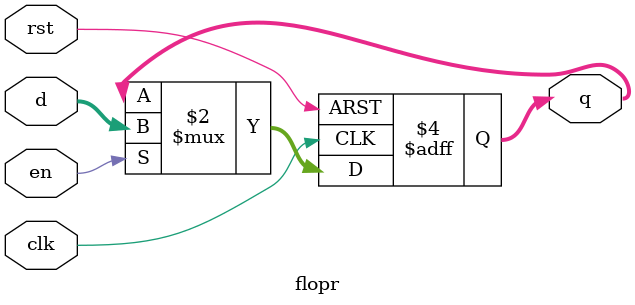
<source format=sv>



module flopr #(
   parameter WIDTH = 32
   )
     (
      input logic clk, rst,  en,
      input logic [WIDTH-1:0] d,
      output logic [WIDTH-1:0] q
);


always_ff @(posedge clk, posedge rst)
   if (rst)
      q <= 0;
   else if (en)
      q <= d;

endmodule
</source>
